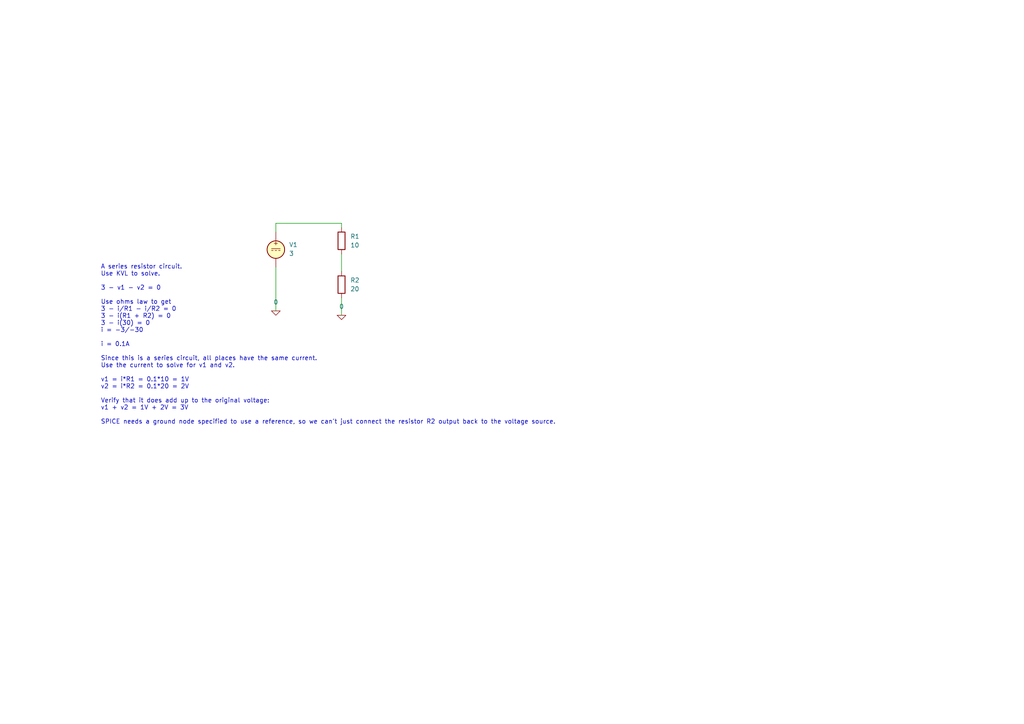
<source format=kicad_sch>
(kicad_sch (version 20230121) (generator eeschema)
  (paper "A4")
  (lib_symbols
    (symbol "Device:R" (pin_numbers hide) (pin_names (offset 0))
      (property "Reference" "R" (at 2.032 0 90))
      (property "Value" "R" (at 0 0 90))
      (symbol "R_0_1"
        (rectangle (start -1.016 -2.54) (end 1.016 2.54) (stroke (width 0.254)))
      )
      (symbol "R_1_1"
        (pin passive line (at 0 3.81 270) (length 1.27) (name "~") (number "1"))
        (pin passive line (at 0 -3.81 90) (length 1.27) (name "~") (number "2"))
      )
    )
    (symbol "Simulation_SPICE:0" (power) (pin_names (offset 0))
      (property "Value" "0" (at 0 -1.778 0))
      (symbol "0_0_1"
        (polyline (pts (xy -1.27 0) (xy 0 -1.27) (xy 1.27 0) (xy -1.27 0)))
      )
      (symbol "0_1_1"
        (pin power_in line (at 0 0 0) (length 0) hide (name "0") (number "1"))
      )
    )
    (symbol "Simulation_SPICE:VDC" (pin_numbers hide) (pin_names (offset 0.0254))
      (property "Reference" "V" (at 2.54 2.54 0))
      (property "Value" "1" (at 2.54 0 0))
      (symbol "VDC_0_0"
        (polyline (pts (xy -1.27 0.254) (xy 1.27 0.254)))
        (polyline (pts (xy -0.762 -0.254) (xy -1.27 -0.254)))
        (polyline (pts (xy 0.254 -0.254) (xy -0.254 -0.254)))
        (polyline (pts (xy 1.27 -0.254) (xy 0.762 -0.254)))
        (text "+" (at 0 1.905 0) (effects (font (size 1.27 1.27))))
      )
      (symbol "VDC_0_1"
        (circle (center 0 0) (radius 2.54) (stroke (width 0.254)) (fill (type background)))
      )
      (symbol "VDC_1_1"
        (pin passive line (at 0 5.08 270) (length 2.54) (name "~") (number "1"))
        (pin passive line (at 0 -5.08 90) (length 2.54) (name "~") (number "2"))
      )
    )
  )
  (wire (pts (xy 99.06 86.36) (xy 99.06 91.44)))
  (wire (pts (xy 80.01 64.77) (xy 80.01 67.31)))
  (wire (pts (xy 80.01 77.47) (xy 80.01 90.17)))
  (wire (pts (xy 99.06 73.66) (xy 99.06 78.74)))
  (wire (pts (xy 99.06 64.77) (xy 99.06 66.04)))
  (wire (pts (xy 80.01 64.77) (xy 99.06 64.77)))
  (text "A series resistor circuit.\nUse KVL to solve.\n\n3 - v1 - v2 = 0\n\nUse ohms law to get\n3 - i/R1 - i/R2 = 0\n3 - i(R1 + R2) = 0\n3 - i(30) = 0\ni = -3/-30\n\ni = 0.1A\n\nSince this is a series circuit, all places have the same current.\nUse the current to solve for v1 and v2.\n\nv1 = i*R1 = 0.1*10 = 1V\nv2 = i*R2 = 0.1*20 = 2V\n\nVerify that it does add up to the original voltage:\nv1 + v2 = 1V + 2V = 3V\n\nSPICE needs a ground node specified to use a reference, so we can't just connect the resistor R2 output back to the voltage source.\n" (at 29.21 123.19 0) (effects (font (size 1.27 1.27)) (justify left bottom)))
  (symbol (lib_id "Device:R") (at 99.06 69.85 0) (unit 1)
    (property "Reference" "R1" (at 101.6 68.58 0) (effects (justify left)))
    (property "Value" "10" (at 101.6 71.12 0) (effects (justify left)))
  )
  (symbol (lib_id "Simulation_SPICE:VDC") (at 80.01 72.39 0) (unit 1)
    (property "Reference" "V1" (at 83.82 70.9902 0) (effects (justify left)))
    (property "Value" "3" (at 83.82 73.5302 0) (effects (justify left)))
    (property "Sim.Pins" "1=+ 2=-" (effects hide))
    (property "Sim.Type" "DC" (effects hide))
    (property "Sim.Device" "V" (effects hide))
  )
  (symbol (lib_id "Device:R") (at 99.06 82.55 0) (unit 1)
    (property "Reference" "R2" (at 101.6 81.28 0) (effects (justify left)))
    (property "Value" "20" (at 101.6 83.82 0) (effects (justify left)))
  )
  (symbol (lib_id "Simulation_SPICE:0") (at 80.01 90.17 0) (unit 1)
    (property "Reference" "#GND01" (effects hide))
    (property "Value" "0" (at 80.01 87.63 0))
  )
  (symbol (lib_id "Simulation_SPICE:0") (at 99.06 91.44 0) (unit 1)
    (property "Reference" "#GND02" (effects hide))
    (property "Value" "0" (at 99.06 88.9 0))
  )
)
</source>
